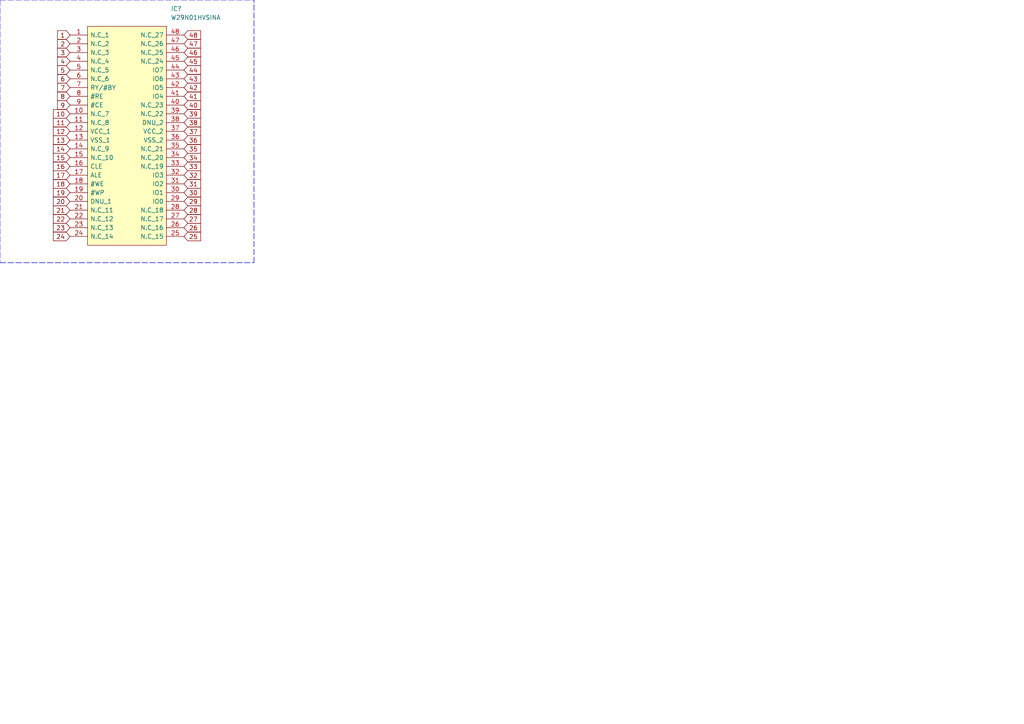
<source format=kicad_sch>
(kicad_sch (version 20201015) (generator eeschema)
  (paper "A4")
  (lib_symbols
    (symbol "ebaz4205:W29N01HVSINA" (pin_names (offset 0.762))
      (property "Reference" "IC" (at 29.21 7.62 0))
      (property "Value" "W29N01HVSINA" (at 29.21 5.08 0))
      (symbol "W29N01HVSINA_0_0"
        (pin passive line (at 0 0 0) (length 5.08) (name "N.C_1") (number "1"))
        (pin passive line (at 0 -2.54 0) (length 5.08) (name "N.C_2") (number "2"))
        (pin passive line (at 0 -5.08 0) (length 5.08) (name "N.C_3") (number "3"))
        (pin passive line (at 0 -7.62 0) (length 5.08) (name "N.C_4") (number "4"))
        (pin passive line (at 0 -10.16 0) (length 5.08) (name "N.C_5") (number "5"))
        (pin passive line (at 0 -12.7 0) (length 5.08) (name "N.C_6") (number "6"))
        (pin passive line (at 0 -15.24 0) (length 5.08) (name "RY/#BY") (number "7"))
        (pin passive line (at 0 -17.78 0) (length 5.08) (name "#RE") (number "8"))
        (pin passive line (at 0 -20.32 0) (length 5.08) (name "#CE") (number "9"))
        (pin passive line (at 0 -22.86 0) (length 5.08) (name "N.C_7") (number "10"))
        (pin passive line (at 0 -25.4 0) (length 5.08) (name "N.C_8") (number "11"))
        (pin passive line (at 0 -27.94 0) (length 5.08) (name "VCC_1") (number "12"))
        (pin passive line (at 0 -30.48 0) (length 5.08) (name "VSS_1") (number "13"))
        (pin passive line (at 0 -33.02 0) (length 5.08) (name "N.C_9") (number "14"))
        (pin passive line (at 0 -35.56 0) (length 5.08) (name "N.C_10") (number "15"))
        (pin passive line (at 0 -38.1 0) (length 5.08) (name "CLE") (number "16"))
        (pin passive line (at 0 -40.64 0) (length 5.08) (name "ALE") (number "17"))
        (pin passive line (at 0 -43.18 0) (length 5.08) (name "#WE") (number "18"))
        (pin passive line (at 0 -45.72 0) (length 5.08) (name "#WP") (number "19"))
        (pin passive line (at 0 -48.26 0) (length 5.08) (name "DNU_1") (number "20"))
        (pin passive line (at 0 -50.8 0) (length 5.08) (name "N.C_11") (number "21"))
        (pin passive line (at 0 -53.34 0) (length 5.08) (name "N.C_12") (number "22"))
        (pin passive line (at 0 -55.88 0) (length 5.08) (name "N.C_13") (number "23"))
        (pin passive line (at 0 -58.42 0) (length 5.08) (name "N.C_14") (number "24"))
        (pin passive line (at 33.02 0 180) (length 5.08) (name "N.C_27") (number "48"))
        (pin passive line (at 33.02 -2.54 180) (length 5.08) (name "N.C_26") (number "47"))
        (pin passive line (at 33.02 -5.08 180) (length 5.08) (name "N.C_25") (number "46"))
        (pin passive line (at 33.02 -7.62 180) (length 5.08) (name "N.C_24") (number "45"))
        (pin passive line (at 33.02 -10.16 180) (length 5.08) (name "IO7") (number "44"))
        (pin passive line (at 33.02 -12.7 180) (length 5.08) (name "IO6") (number "43"))
        (pin passive line (at 33.02 -15.24 180) (length 5.08) (name "IO5") (number "42"))
        (pin passive line (at 33.02 -17.78 180) (length 5.08) (name "IO4") (number "41"))
        (pin passive line (at 33.02 -20.32 180) (length 5.08) (name "N.C_23") (number "40"))
        (pin passive line (at 33.02 -22.86 180) (length 5.08) (name "N.C_22") (number "39"))
        (pin passive line (at 33.02 -25.4 180) (length 5.08) (name "DNU_2") (number "38"))
        (pin passive line (at 33.02 -27.94 180) (length 5.08) (name "VCC_2") (number "37"))
        (pin passive line (at 33.02 -30.48 180) (length 5.08) (name "VSS_2") (number "36"))
        (pin passive line (at 33.02 -33.02 180) (length 5.08) (name "N.C_21") (number "35"))
        (pin passive line (at 33.02 -35.56 180) (length 5.08) (name "N.C_20") (number "34"))
        (pin passive line (at 33.02 -38.1 180) (length 5.08) (name "N.C_19") (number "33"))
        (pin passive line (at 33.02 -40.64 180) (length 5.08) (name "IO3") (number "32"))
        (pin passive line (at 33.02 -43.18 180) (length 5.08) (name "IO2") (number "31"))
        (pin passive line (at 33.02 -45.72 180) (length 5.08) (name "IO1") (number "30"))
        (pin passive line (at 33.02 -48.26 180) (length 5.08) (name "IO0") (number "29"))
        (pin passive line (at 33.02 -50.8 180) (length 5.08) (name "N.C_18") (number "28"))
        (pin passive line (at 33.02 -53.34 180) (length 5.08) (name "N.C_17") (number "27"))
        (pin passive line (at 33.02 -55.88 180) (length 5.08) (name "N.C_16") (number "26"))
        (pin passive line (at 33.02 -58.42 180) (length 5.08) (name "N.C_15") (number "25"))
      )
      (symbol "W29N01HVSINA_0_1"
        (polyline (pts (xy 5.08 2.54) (xy 27.94 2.54) (xy 27.94 -60.96) (xy 5.08 -60.96) (xy 5.08 2.54)) (stroke (width 0.1524)) (fill (type background)))
      )
    )
  )
  (polyline (pts (xy 0 0) (xy 0 76.2)) (stroke (width 0) (type dash)))
  (polyline (pts (xy 0 0) (xy 73.66 0)) (stroke (width 0) (type dash)))
  (polyline (pts (xy 0 76.2) (xy 73.66 76.2)) (stroke (width 0) (type dash)))
  (polyline (pts (xy 73.66 76.2) (xy 73.66 0)) (stroke (width 0) (type dash)))
  (text "D U12\nF .*\nV .*" (at 0 0 0) (effects (font (size 1.27 1.27)) (justify left bottom)))
  (global_label "1" (shape input) (at 20.32 10.16 180) (property "Intersheet References" "${INTERSHEET_REFS}" (effects hide)))
  (global_label "2" (shape input) (at 20.32 12.7 180) (property "Intersheet References" "${INTERSHEET_REFS}" (effects hide)))
  (global_label "3" (shape input) (at 20.32 15.24 180) (property "Intersheet References" "${INTERSHEET_REFS}" (effects hide)))
  (global_label "4" (shape input) (at 20.32 17.78 180) (property "Intersheet References" "${INTERSHEET_REFS}" (effects hide)))
  (global_label "5" (shape input) (at 20.32 20.32 180) (property "Intersheet References" "${INTERSHEET_REFS}" (effects hide)))
  (global_label "6" (shape input) (at 20.32 22.86 180) (property "Intersheet References" "${INTERSHEET_REFS}" (effects hide)))
  (global_label "7" (shape input) (at 20.32 25.4 180) (property "Intersheet References" "${INTERSHEET_REFS}" (effects hide)))
  (global_label "8" (shape input) (at 20.32 27.94 180) (property "Intersheet References" "${INTERSHEET_REFS}" (effects hide)))
  (global_label "9" (shape input) (at 20.32 30.48 180) (property "Intersheet References" "${INTERSHEET_REFS}" (effects hide)))
  (global_label "10" (shape input) (at 20.32 33.02 180) (property "Intersheet References" "${INTERSHEET_REFS}" (effects hide)))
  (global_label "11" (shape input) (at 20.32 35.56 180) (property "Intersheet References" "${INTERSHEET_REFS}" (effects hide)))
  (global_label "12" (shape input) (at 20.32 38.1 180) (property "Intersheet References" "${INTERSHEET_REFS}" (effects hide)))
  (global_label "13" (shape input) (at 20.32 40.64 180) (property "Intersheet References" "${INTERSHEET_REFS}" (effects hide)))
  (global_label "14" (shape input) (at 20.32 43.18 180) (property "Intersheet References" "${INTERSHEET_REFS}" (effects hide)))
  (global_label "15" (shape input) (at 20.32 45.72 180) (property "Intersheet References" "${INTERSHEET_REFS}" (effects hide)))
  (global_label "16" (shape input) (at 20.32 48.26 180) (property "Intersheet References" "${INTERSHEET_REFS}" (effects hide)))
  (global_label "17" (shape input) (at 20.32 50.8 180) (property "Intersheet References" "${INTERSHEET_REFS}" (effects hide)))
  (global_label "18" (shape input) (at 20.32 53.34 180) (property "Intersheet References" "${INTERSHEET_REFS}" (effects hide)))
  (global_label "19" (shape input) (at 20.32 55.88 180) (property "Intersheet References" "${INTERSHEET_REFS}" (effects hide)))
  (global_label "20" (shape input) (at 20.32 58.42 180) (property "Intersheet References" "${INTERSHEET_REFS}" (effects hide)))
  (global_label "21" (shape input) (at 20.32 60.96 180) (property "Intersheet References" "${INTERSHEET_REFS}" (effects hide)))
  (global_label "22" (shape input) (at 20.32 63.5 180) (property "Intersheet References" "${INTERSHEET_REFS}" (effects hide)))
  (global_label "23" (shape input) (at 20.32 66.04 180) (property "Intersheet References" "${INTERSHEET_REFS}" (effects hide)))
  (global_label "24" (shape input) (at 20.32 68.58 180) (property "Intersheet References" "${INTERSHEET_REFS}" (effects hide)))
  (global_label "48" (shape input) (at 53.34 10.16 0) (property "Intersheet References" "${INTERSHEET_REFS}" (effects hide)))
  (global_label "47" (shape input) (at 53.34 12.7 0) (property "Intersheet References" "${INTERSHEET_REFS}" (effects hide)))
  (global_label "46" (shape input) (at 53.34 15.24 0) (property "Intersheet References" "${INTERSHEET_REFS}" (effects hide)))
  (global_label "45" (shape input) (at 53.34 17.78 0) (property "Intersheet References" "${INTERSHEET_REFS}" (effects hide)))
  (global_label "44" (shape input) (at 53.34 20.32 0) (property "Intersheet References" "${INTERSHEET_REFS}" (effects hide)))
  (global_label "43" (shape input) (at 53.34 22.86 0) (property "Intersheet References" "${INTERSHEET_REFS}" (effects hide)))
  (global_label "42" (shape input) (at 53.34 25.4 0) (property "Intersheet References" "${INTERSHEET_REFS}" (effects hide)))
  (global_label "41" (shape input) (at 53.34 27.94 0) (property "Intersheet References" "${INTERSHEET_REFS}" (effects hide)))
  (global_label "40" (shape input) (at 53.34 30.48 0) (property "Intersheet References" "${INTERSHEET_REFS}" (effects hide)))
  (global_label "39" (shape input) (at 53.34 33.02 0) (property "Intersheet References" "${INTERSHEET_REFS}" (effects hide)))
  (global_label "38" (shape input) (at 53.34 35.56 0) (property "Intersheet References" "${INTERSHEET_REFS}" (effects hide)))
  (global_label "37" (shape input) (at 53.34 38.1 0) (property "Intersheet References" "${INTERSHEET_REFS}" (effects hide)))
  (global_label "36" (shape input) (at 53.34 40.64 0) (property "Intersheet References" "${INTERSHEET_REFS}" (effects hide)))
  (global_label "35" (shape input) (at 53.34 43.18 0) (property "Intersheet References" "${INTERSHEET_REFS}" (effects hide)))
  (global_label "34" (shape input) (at 53.34 45.72 0) (property "Intersheet References" "${INTERSHEET_REFS}" (effects hide)))
  (global_label "33" (shape input) (at 53.34 48.26 0) (property "Intersheet References" "${INTERSHEET_REFS}" (effects hide)))
  (global_label "32" (shape input) (at 53.34 50.8 0) (property "Intersheet References" "${INTERSHEET_REFS}" (effects hide)))
  (global_label "31" (shape input) (at 53.34 53.34 0) (property "Intersheet References" "${INTERSHEET_REFS}" (effects hide)))
  (global_label "30" (shape input) (at 53.34 55.88 0) (property "Intersheet References" "${INTERSHEET_REFS}" (effects hide)))
  (global_label "29" (shape input) (at 53.34 58.42 0) (property "Intersheet References" "${INTERSHEET_REFS}" (effects hide)))
  (global_label "28" (shape input) (at 53.34 60.96 0) (property "Intersheet References" "${INTERSHEET_REFS}" (effects hide)))
  (global_label "27" (shape input) (at 53.34 63.5 0) (property "Intersheet References" "${INTERSHEET_REFS}" (effects hide)))
  (global_label "26" (shape input) (at 53.34 66.04 0) (property "Intersheet References" "${INTERSHEET_REFS}" (effects hide)))
  (global_label "25" (shape input) (at 53.34 68.58 0) (property "Intersheet References" "${INTERSHEET_REFS}" (effects hide)))
  (symbol (lib_id "ebaz4205:W29N01HVSINA") (at 20.32 10.16 0) (unit 1)
    (property "Reference" "IC?" (at 49.53 2.54 0) (effects (justify left)))
    (property "Value" "W29N01HVSINA" (at 49.53 5.08 0) (effects (justify left)))
    (property "Footprint" "SOP50P2000X120-48N" (effects hide))
    (property "Datasheet" "http://www.winbond.com/resource-files/w29n01hvxina_revc.pdf" (effects hide))
    (property "Description" "NAND Flash 1G-bit NAND flash, 3V, 1-bit ECC, 3V, x8" (effects hide))
    (property "Height" "1.2" (effects hide))
    (property "Manufacturer_Name" "Winbond" (effects hide))
    (property "Manufacturer_Part_Number" "W29N01HVSINA" (effects hide))
    (property "Mouser Part Number" "454-W29N01HVSINA" (effects hide))
    (property "Mouser Price/Stock" "https://www.mouser.co.uk/ProductDetail/Winbond/W29N01HVSINA/?qs=qSfuJ%252Bfl%2Fd7iZ1AIh6iFjw%3D%3D" (effects hide))
    (property "Arrow Part Number" "W29N01HVSINA" (effects hide))
    (property "Arrow Price/Stock" "https://www.arrow.com/en/products/w29n01hvsina/winbond-electronics" (effects hide))
  )
)
</source>
